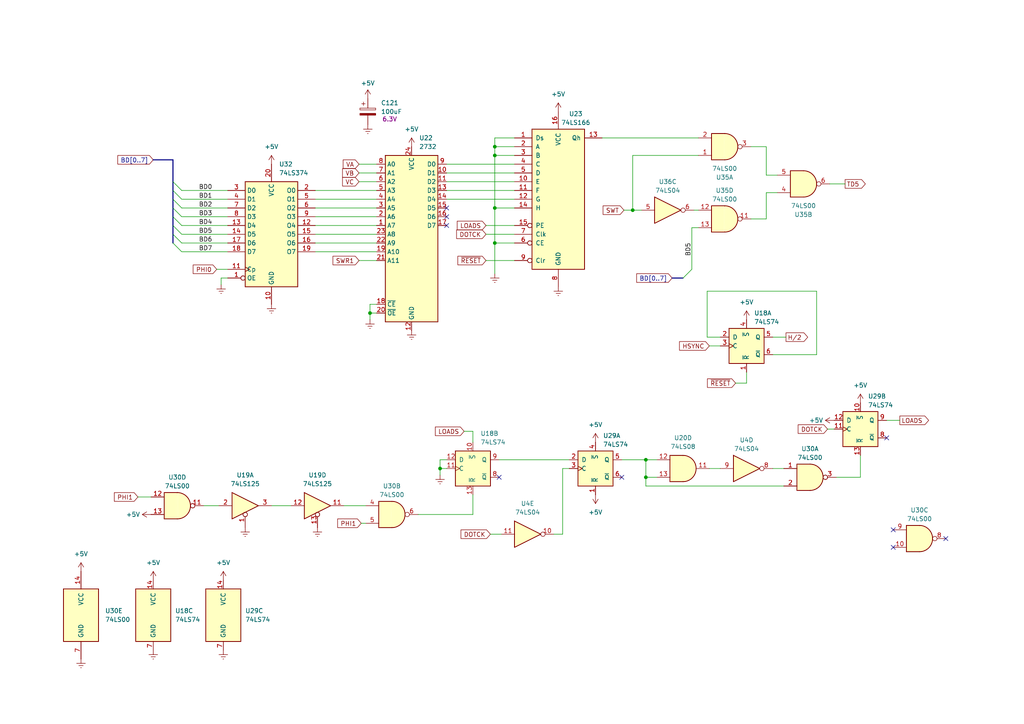
<source format=kicad_sch>
(kicad_sch (version 20230121) (generator eeschema)
  (paper "A4")
  (title_block (title "Dick Smith Cat - Motherboard") (date "1984") (company "Video Technology Ltd.") (comment 2 "Schematic Redrawn by Rhys Weatherley") (comment 3 "Character Generator"))
  (lib_symbols
    (symbol "74xx:74LS00" (pin_names (offset 1.016))
      (property "Reference" "U" (at 0 1.27 0))
      (property "Value" "74LS00" (at 0 -1.27 0))
      (symbol "74LS00_1_1"
        (arc (start 0 -3.81) (mid 3.7934 0) (end 0 3.81) (stroke (width 0.254)) (fill (type background)))
        (polyline (pts (xy 0 3.81) (xy -3.81 3.81) (xy -3.81 -3.81) (xy 0 -3.81)) (stroke (width 0.254)) (fill (type background)))
        (pin input line (at -7.62 2.54 0) (length 3.81) (name "~") (number "1"))
        (pin input line (at -7.62 -2.54 0) (length 3.81) (name "~") (number "2"))
        (pin output inverted (at 7.62 0 180) (length 3.81) (name "~") (number "3"))
      )
      (symbol "74LS00_1_2"
        (arc (start -3.81 -3.81) (mid -2.589 0) (end -3.81 3.81) (stroke (width 0.254)))
        (arc (start -0.6096 -3.81) (mid 2.1842 -2.5851) (end 3.81 0) (stroke (width 0.254)) (fill (type background)))
        (polyline (pts (xy -3.81 -3.81) (xy -0.635 -3.81)) (stroke (width 0.254)) (fill (type background)))
        (polyline (pts (xy -3.81 3.81) (xy -0.635 3.81)) (stroke (width 0.254)) (fill (type background)))
        (polyline (pts (xy -0.635 3.81) (xy -3.81 3.81) (xy -3.81 3.81) (xy -3.556 3.4036) (xy -3.0226 2.2606) (xy -2.6924 1.0414) (xy -2.6162 -0.254) (xy -2.7686 -1.4986) (xy -3.175 -2.7178) (xy -3.81 -3.81) (xy -3.81 -3.81) (xy -0.635 -3.81)) (stroke (width -25.4)) (fill (type background)))
        (arc (start 3.81 0) (mid 2.1915 2.5936) (end -0.6096 3.81) (stroke (width 0.254)) (fill (type background)))
        (pin input inverted (at -7.62 2.54 0) (length 4.318) (name "~") (number "1"))
        (pin input inverted (at -7.62 -2.54 0) (length 4.318) (name "~") (number "2"))
        (pin output line (at 7.62 0 180) (length 3.81) (name "~") (number "3"))
      )
      (symbol "74LS00_2_1"
        (arc (start 0 -3.81) (mid 3.7934 0) (end 0 3.81) (stroke (width 0.254)) (fill (type background)))
        (polyline (pts (xy 0 3.81) (xy -3.81 3.81) (xy -3.81 -3.81) (xy 0 -3.81)) (stroke (width 0.254)) (fill (type background)))
        (pin input line (at -7.62 2.54 0) (length 3.81) (name "~") (number "4"))
        (pin input line (at -7.62 -2.54 0) (length 3.81) (name "~") (number "5"))
        (pin output inverted (at 7.62 0 180) (length 3.81) (name "~") (number "6"))
      )
      (symbol "74LS00_2_2"
        (arc (start -3.81 -3.81) (mid -2.589 0) (end -3.81 3.81) (stroke (width 0.254)))
        (arc (start -0.6096 -3.81) (mid 2.1842 -2.5851) (end 3.81 0) (stroke (width 0.254)) (fill (type background)))
        (polyline (pts (xy -3.81 -3.81) (xy -0.635 -3.81)) (stroke (width 0.254)) (fill (type background)))
        (polyline (pts (xy -3.81 3.81) (xy -0.635 3.81)) (stroke (width 0.254)) (fill (type background)))
        (polyline (pts (xy -0.635 3.81) (xy -3.81 3.81) (xy -3.81 3.81) (xy -3.556 3.4036) (xy -3.0226 2.2606) (xy -2.6924 1.0414) (xy -2.6162 -0.254) (xy -2.7686 -1.4986) (xy -3.175 -2.7178) (xy -3.81 -3.81) (xy -3.81 -3.81) (xy -0.635 -3.81)) (stroke (width -25.4)) (fill (type background)))
        (arc (start 3.81 0) (mid 2.1915 2.5936) (end -0.6096 3.81) (stroke (width 0.254)) (fill (type background)))
        (pin input inverted (at -7.62 2.54 0) (length 4.318) (name "~") (number "4"))
        (pin input inverted (at -7.62 -2.54 0) (length 4.318) (name "~") (number "5"))
        (pin output line (at 7.62 0 180) (length 3.81) (name "~") (number "6"))
      )
      (symbol "74LS00_3_1"
        (arc (start 0 -3.81) (mid 3.7934 0) (end 0 3.81) (stroke (width 0.254)) (fill (type background)))
        (polyline (pts (xy 0 3.81) (xy -3.81 3.81) (xy -3.81 -3.81) (xy 0 -3.81)) (stroke (width 0.254)) (fill (type background)))
        (pin input line (at -7.62 -2.54 0) (length 3.81) (name "~") (number "10"))
        (pin output inverted (at 7.62 0 180) (length 3.81) (name "~") (number "8"))
        (pin input line (at -7.62 2.54 0) (length 3.81) (name "~") (number "9"))
      )
      (symbol "74LS00_3_2"
        (arc (start -3.81 -3.81) (mid -2.589 0) (end -3.81 3.81) (stroke (width 0.254)))
        (arc (start -0.6096 -3.81) (mid 2.1842 -2.5851) (end 3.81 0) (stroke (width 0.254)) (fill (type background)))
        (polyline (pts (xy -3.81 -3.81) (xy -0.635 -3.81)) (stroke (width 0.254)) (fill (type background)))
        (polyline (pts (xy -3.81 3.81) (xy -0.635 3.81)) (stroke (width 0.254)) (fill (type background)))
        (polyline (pts (xy -0.635 3.81) (xy -3.81 3.81) (xy -3.81 3.81) (xy -3.556 3.4036) (xy -3.0226 2.2606) (xy -2.6924 1.0414) (xy -2.6162 -0.254) (xy -2.7686 -1.4986) (xy -3.175 -2.7178) (xy -3.81 -3.81) (xy -3.81 -3.81) (xy -0.635 -3.81)) (stroke (width -25.4)) (fill (type background)))
        (arc (start 3.81 0) (mid 2.1915 2.5936) (end -0.6096 3.81) (stroke (width 0.254)) (fill (type background)))
        (pin input inverted (at -7.62 -2.54 0) (length 4.318) (name "~") (number "10"))
        (pin output line (at 7.62 0 180) (length 3.81) (name "~") (number "8"))
        (pin input inverted (at -7.62 2.54 0) (length 4.318) (name "~") (number "9"))
      )
      (symbol "74LS00_4_1"
        (arc (start 0 -3.81) (mid 3.7934 0) (end 0 3.81) (stroke (width 0.254)) (fill (type background)))
        (polyline (pts (xy 0 3.81) (xy -3.81 3.81) (xy -3.81 -3.81) (xy 0 -3.81)) (stroke (width 0.254)) (fill (type background)))
        (pin output inverted (at 7.62 0 180) (length 3.81) (name "~") (number "11"))
        (pin input line (at -7.62 2.54 0) (length 3.81) (name "~") (number "12"))
        (pin input line (at -7.62 -2.54 0) (length 3.81) (name "~") (number "13"))
      )
      (symbol "74LS00_4_2"
        (arc (start -3.81 -3.81) (mid -2.589 0) (end -3.81 3.81) (stroke (width 0.254)))
        (arc (start -0.6096 -3.81) (mid 2.1842 -2.5851) (end 3.81 0) (stroke (width 0.254)) (fill (type background)))
        (polyline (pts (xy -3.81 -3.81) (xy -0.635 -3.81)) (stroke (width 0.254)) (fill (type background)))
        (polyline (pts (xy -3.81 3.81) (xy -0.635 3.81)) (stroke (width 0.254)) (fill (type background)))
        (polyline (pts (xy -0.635 3.81) (xy -3.81 3.81) (xy -3.81 3.81) (xy -3.556 3.4036) (xy -3.0226 2.2606) (xy -2.6924 1.0414) (xy -2.6162 -0.254) (xy -2.7686 -1.4986) (xy -3.175 -2.7178) (xy -3.81 -3.81) (xy -3.81 -3.81) (xy -0.635 -3.81)) (stroke (width -25.4)) (fill (type background)))
        (arc (start 3.81 0) (mid 2.1915 2.5936) (end -0.6096 3.81) (stroke (width 0.254)) (fill (type background)))
        (pin output line (at 7.62 0 180) (length 3.81) (name "~") (number "11"))
        (pin input inverted (at -7.62 2.54 0) (length 4.318) (name "~") (number "12"))
        (pin input inverted (at -7.62 -2.54 0) (length 4.318) (name "~") (number "13"))
      )
      (symbol "74LS00_5_0"
        (pin power_in line (at 0 12.7 270) (length 5.08) (name "VCC") (number "14"))
        (pin power_in line (at 0 -12.7 90) (length 5.08) (name "GND") (number "7"))
      )
      (symbol "74LS00_5_1"
        (rectangle (start -5.08 7.62) (end 5.08 -7.62) (stroke (width 0.254)) (fill (type background)))
      )
    )
    (symbol "74xx:74LS04"
      (property "Reference" "U" (at 0 1.27 0))
      (property "Value" "74LS04" (at 0 -1.27 0))
      (symbol "74LS04_1_0"
        (polyline (pts (xy -3.81 3.81) (xy -3.81 -3.81) (xy 3.81 0) (xy -3.81 3.81)) (stroke (width 0.254)) (fill (type background)))
        (pin input line (at -7.62 0 0) (length 3.81) (name "~") (number "1"))
        (pin output inverted (at 7.62 0 180) (length 3.81) (name "~") (number "2"))
      )
      (symbol "74LS04_2_0"
        (polyline (pts (xy -3.81 3.81) (xy -3.81 -3.81) (xy 3.81 0) (xy -3.81 3.81)) (stroke (width 0.254)) (fill (type background)))
        (pin input line (at -7.62 0 0) (length 3.81) (name "~") (number "3"))
        (pin output inverted (at 7.62 0 180) (length 3.81) (name "~") (number "4"))
      )
      (symbol "74LS04_3_0"
        (polyline (pts (xy -3.81 3.81) (xy -3.81 -3.81) (xy 3.81 0) (xy -3.81 3.81)) (stroke (width 0.254)) (fill (type background)))
        (pin input line (at -7.62 0 0) (length 3.81) (name "~") (number "5"))
        (pin output inverted (at 7.62 0 180) (length 3.81) (name "~") (number "6"))
      )
      (symbol "74LS04_4_0"
        (polyline (pts (xy -3.81 3.81) (xy -3.81 -3.81) (xy 3.81 0) (xy -3.81 3.81)) (stroke (width 0.254)) (fill (type background)))
        (pin output inverted (at 7.62 0 180) (length 3.81) (name "~") (number "8"))
        (pin input line (at -7.62 0 0) (length 3.81) (name "~") (number "9"))
      )
      (symbol "74LS04_5_0"
        (polyline (pts (xy -3.81 3.81) (xy -3.81 -3.81) (xy 3.81 0) (xy -3.81 3.81)) (stroke (width 0.254)) (fill (type background)))
        (pin output inverted (at 7.62 0 180) (length 3.81) (name "~") (number "10"))
        (pin input line (at -7.62 0 0) (length 3.81) (name "~") (number "11"))
      )
      (symbol "74LS04_6_0"
        (polyline (pts (xy -3.81 3.81) (xy -3.81 -3.81) (xy 3.81 0) (xy -3.81 3.81)) (stroke (width 0.254)) (fill (type background)))
        (pin output inverted (at 7.62 0 180) (length 3.81) (name "~") (number "12"))
        (pin input line (at -7.62 0 0) (length 3.81) (name "~") (number "13"))
      )
      (symbol "74LS04_7_0"
        (pin power_in line (at 0 12.7 270) (length 5.08) (name "VCC") (number "14"))
        (pin power_in line (at 0 -12.7 90) (length 5.08) (name "GND") (number "7"))
      )
      (symbol "74LS04_7_1"
        (rectangle (start -5.08 7.62) (end 5.08 -7.62) (stroke (width 0.254)) (fill (type background)))
      )
    )
    (symbol "74xx:74LS08" (pin_names (offset 1.016))
      (property "Reference" "U" (at 0 1.27 0))
      (property "Value" "74LS08" (at 0 -1.27 0))
      (symbol "74LS08_1_1"
        (arc (start 0 -3.81) (mid 3.7934 0) (end 0 3.81) (stroke (width 0.254)) (fill (type background)))
        (polyline (pts (xy 0 3.81) (xy -3.81 3.81) (xy -3.81 -3.81) (xy 0 -3.81)) (stroke (width 0.254)) (fill (type background)))
        (pin input line (at -7.62 2.54 0) (length 3.81) (name "~") (number "1"))
        (pin input line (at -7.62 -2.54 0) (length 3.81) (name "~") (number "2"))
        (pin output line (at 7.62 0 180) (length 3.81) (name "~") (number "3"))
      )
      (symbol "74LS08_1_2"
        (arc (start -3.81 -3.81) (mid -2.589 0) (end -3.81 3.81) (stroke (width 0.254)))
        (arc (start -0.6096 -3.81) (mid 2.1842 -2.5851) (end 3.81 0) (stroke (width 0.254)) (fill (type background)))
        (polyline (pts (xy -3.81 -3.81) (xy -0.635 -3.81)) (stroke (width 0.254)) (fill (type background)))
        (polyline (pts (xy -3.81 3.81) (xy -0.635 3.81)) (stroke (width 0.254)) (fill (type background)))
        (polyline (pts (xy -0.635 3.81) (xy -3.81 3.81) (xy -3.81 3.81) (xy -3.556 3.4036) (xy -3.0226 2.2606) (xy -2.6924 1.0414) (xy -2.6162 -0.254) (xy -2.7686 -1.4986) (xy -3.175 -2.7178) (xy -3.81 -3.81) (xy -3.81 -3.81) (xy -0.635 -3.81)) (stroke (width -25.4)) (fill (type background)))
        (arc (start 3.81 0) (mid 2.1915 2.5936) (end -0.6096 3.81) (stroke (width 0.254)) (fill (type background)))
        (pin input inverted (at -7.62 2.54 0) (length 4.318) (name "~") (number "1"))
        (pin input inverted (at -7.62 -2.54 0) (length 4.318) (name "~") (number "2"))
        (pin output inverted (at 7.62 0 180) (length 3.81) (name "~") (number "3"))
      )
      (symbol "74LS08_2_1"
        (arc (start 0 -3.81) (mid 3.7934 0) (end 0 3.81) (stroke (width 0.254)) (fill (type background)))
        (polyline (pts (xy 0 3.81) (xy -3.81 3.81) (xy -3.81 -3.81) (xy 0 -3.81)) (stroke (width 0.254)) (fill (type background)))
        (pin input line (at -7.62 2.54 0) (length 3.81) (name "~") (number "4"))
        (pin input line (at -7.62 -2.54 0) (length 3.81) (name "~") (number "5"))
        (pin output line (at 7.62 0 180) (length 3.81) (name "~") (number "6"))
      )
      (symbol "74LS08_2_2"
        (arc (start -3.81 -3.81) (mid -2.589 0) (end -3.81 3.81) (stroke (width 0.254)))
        (arc (start -0.6096 -3.81) (mid 2.1842 -2.5851) (end 3.81 0) (stroke (width 0.254)) (fill (type background)))
        (polyline (pts (xy -3.81 -3.81) (xy -0.635 -3.81)) (stroke (width 0.254)) (fill (type background)))
        (polyline (pts (xy -3.81 3.81) (xy -0.635 3.81)) (stroke (width 0.254)) (fill (type background)))
        (polyline (pts (xy -0.635 3.81) (xy -3.81 3.81) (xy -3.81 3.81) (xy -3.556 3.4036) (xy -3.0226 2.2606) (xy -2.6924 1.0414) (xy -2.6162 -0.254) (xy -2.7686 -1.4986) (xy -3.175 -2.7178) (xy -3.81 -3.81) (xy -3.81 -3.81) (xy -0.635 -3.81)) (stroke (width -25.4)) (fill (type background)))
        (arc (start 3.81 0) (mid 2.1915 2.5936) (end -0.6096 3.81) (stroke (width 0.254)) (fill (type background)))
        (pin input inverted (at -7.62 2.54 0) (length 4.318) (name "~") (number "4"))
        (pin input inverted (at -7.62 -2.54 0) (length 4.318) (name "~") (number "5"))
        (pin output inverted (at 7.62 0 180) (length 3.81) (name "~") (number "6"))
      )
      (symbol "74LS08_3_1"
        (arc (start 0 -3.81) (mid 3.7934 0) (end 0 3.81) (stroke (width 0.254)) (fill (type background)))
        (polyline (pts (xy 0 3.81) (xy -3.81 3.81) (xy -3.81 -3.81) (xy 0 -3.81)) (stroke (width 0.254)) (fill (type background)))
        (pin input line (at -7.62 -2.54 0) (length 3.81) (name "~") (number "10"))
        (pin output line (at 7.62 0 180) (length 3.81) (name "~") (number "8"))
        (pin input line (at -7.62 2.54 0) (length 3.81) (name "~") (number "9"))
      )
      (symbol "74LS08_3_2"
        (arc (start -3.81 -3.81) (mid -2.589 0) (end -3.81 3.81) (stroke (width 0.254)))
        (arc (start -0.6096 -3.81) (mid 2.1842 -2.5851) (end 3.81 0) (stroke (width 0.254)) (fill (type background)))
        (polyline (pts (xy -3.81 -3.81) (xy -0.635 -3.81)) (stroke (width 0.254)) (fill (type background)))
        (polyline (pts (xy -3.81 3.81) (xy -0.635 3.81)) (stroke (width 0.254)) (fill (type background)))
        (polyline (pts (xy -0.635 3.81) (xy -3.81 3.81) (xy -3.81 3.81) (xy -3.556 3.4036) (xy -3.0226 2.2606) (xy -2.6924 1.0414) (xy -2.6162 -0.254) (xy -2.7686 -1.4986) (xy -3.175 -2.7178) (xy -3.81 -3.81) (xy -3.81 -3.81) (xy -0.635 -3.81)) (stroke (width -25.4)) (fill (type background)))
        (arc (start 3.81 0) (mid 2.1915 2.5936) (end -0.6096 3.81) (stroke (width 0.254)) (fill (type background)))
        (pin input inverted (at -7.62 -2.54 0) (length 4.318) (name "~") (number "10"))
        (pin output inverted (at 7.62 0 180) (length 3.81) (name "~") (number "8"))
        (pin input inverted (at -7.62 2.54 0) (length 4.318) (name "~") (number "9"))
      )
      (symbol "74LS08_4_1"
        (arc (start 0 -3.81) (mid 3.7934 0) (end 0 3.81) (stroke (width 0.254)) (fill (type background)))
        (polyline (pts (xy 0 3.81) (xy -3.81 3.81) (xy -3.81 -3.81) (xy 0 -3.81)) (stroke (width 0.254)) (fill (type background)))
        (pin output line (at 7.62 0 180) (length 3.81) (name "~") (number "11"))
        (pin input line (at -7.62 2.54 0) (length 3.81) (name "~") (number "12"))
        (pin input line (at -7.62 -2.54 0) (length 3.81) (name "~") (number "13"))
      )
      (symbol "74LS08_4_2"
        (arc (start -3.81 -3.81) (mid -2.589 0) (end -3.81 3.81) (stroke (width 0.254)))
        (arc (start -0.6096 -3.81) (mid 2.1842 -2.5851) (end 3.81 0) (stroke (width 0.254)) (fill (type background)))
        (polyline (pts (xy -3.81 -3.81) (xy -0.635 -3.81)) (stroke (width 0.254)) (fill (type background)))
        (polyline (pts (xy -3.81 3.81) (xy -0.635 3.81)) (stroke (width 0.254)) (fill (type background)))
        (polyline (pts (xy -0.635 3.81) (xy -3.81 3.81) (xy -3.81 3.81) (xy -3.556 3.4036) (xy -3.0226 2.2606) (xy -2.6924 1.0414) (xy -2.6162 -0.254) (xy -2.7686 -1.4986) (xy -3.175 -2.7178) (xy -3.81 -3.81) (xy -3.81 -3.81) (xy -0.635 -3.81)) (stroke (width -25.4)) (fill (type background)))
        (arc (start 3.81 0) (mid 2.1915 2.5936) (end -0.6096 3.81) (stroke (width 0.254)) (fill (type background)))
        (pin output inverted (at 7.62 0 180) (length 3.81) (name "~") (number "11"))
        (pin input inverted (at -7.62 2.54 0) (length 4.318) (name "~") (number "12"))
        (pin input inverted (at -7.62 -2.54 0) (length 4.318) (name "~") (number "13"))
      )
      (symbol "74LS08_5_0"
        (pin power_in line (at 0 12.7 270) (length 5.08) (name "VCC") (number "14"))
        (pin power_in line (at 0 -12.7 90) (length 5.08) (name "GND") (number "7"))
      )
      (symbol "74LS08_5_1"
        (rectangle (start -5.08 7.62) (end 5.08 -7.62) (stroke (width 0.254)) (fill (type background)))
      )
    )
    (symbol "74xx:74LS125" (pin_names (offset 1.016))
      (property "Reference" "U" (at 0 1.27 0))
      (property "Value" "74LS125" (at 0 -1.27 0))
      (symbol "74LS125_1_0"
        (polyline (pts (xy -3.81 3.81) (xy -3.81 -3.81) (xy 3.81 0) (xy -3.81 3.81)) (stroke (width 0.254)) (fill (type background)))
        (pin input inverted (at 0 -6.35 90) (length 4.445) (name "~") (number "1"))
        (pin input line (at -7.62 0 0) (length 3.81) (name "~") (number "2"))
        (pin tri_state line (at 7.62 0 180) (length 3.81) (name "~") (number "3"))
      )
      (symbol "74LS125_2_0"
        (polyline (pts (xy -3.81 3.81) (xy -3.81 -3.81) (xy 3.81 0) (xy -3.81 3.81)) (stroke (width 0.254)) (fill (type background)))
        (pin input inverted (at 0 -6.35 90) (length 4.445) (name "~") (number "4"))
        (pin input line (at -7.62 0 0) (length 3.81) (name "~") (number "5"))
        (pin tri_state line (at 7.62 0 180) (length 3.81) (name "~") (number "6"))
      )
      (symbol "74LS125_3_0"
        (polyline (pts (xy -3.81 3.81) (xy -3.81 -3.81) (xy 3.81 0) (xy -3.81 3.81)) (stroke (width 0.254)) (fill (type background)))
        (pin input inverted (at 0 -6.35 90) (length 4.445) (name "~") (number "10"))
        (pin tri_state line (at 7.62 0 180) (length 3.81) (name "~") (number "8"))
        (pin input line (at -7.62 0 0) (length 3.81) (name "~") (number "9"))
      )
      (symbol "74LS125_4_0"
        (polyline (pts (xy -3.81 3.81) (xy -3.81 -3.81) (xy 3.81 0) (xy -3.81 3.81)) (stroke (width 0.254)) (fill (type background)))
        (pin tri_state line (at 7.62 0 180) (length 3.81) (name "~") (number "11"))
        (pin input line (at -7.62 0 0) (length 3.81) (name "~") (number "12"))
        (pin input inverted (at 0 -6.35 90) (length 4.445) (name "~") (number "13"))
      )
      (symbol "74LS125_5_0"
        (pin power_in line (at 0 12.7 270) (length 5.08) (name "VCC") (number "14"))
        (pin power_in line (at 0 -12.7 90) (length 5.08) (name "GND") (number "7"))
      )
      (symbol "74LS125_5_1"
        (rectangle (start -5.08 7.62) (end 5.08 -7.62) (stroke (width 0.254)) (fill (type background)))
      )
    )
    (symbol "74xx:74LS166" (pin_names (offset 1.016))
      (property "Reference" "U" (at -7.62 21.59 0))
      (property "Value" "74LS166" (at -7.62 -21.59 0))
      (symbol "74LS166_1_0"
        (pin input line (at -12.7 17.78 0) (length 5.08) (name "Ds") (number "1"))
        (pin input line (at -12.7 5.08 0) (length 5.08) (name "E") (number "10"))
        (pin input line (at -12.7 2.54 0) (length 5.08) (name "F") (number "11"))
        (pin input line (at -12.7 0 0) (length 5.08) (name "G") (number "12"))
        (pin output line (at 12.7 17.78 180) (length 5.08) (name "Qh") (number "13"))
        (pin input line (at -12.7 -2.54 0) (length 5.08) (name "H") (number "14"))
        (pin input inverted (at -12.7 -7.62 0) (length 5.08) (name "PE") (number "15"))
        (pin power_in line (at 0 25.4 270) (length 5.08) (name "VCC") (number "16"))
        (pin input line (at -12.7 15.24 0) (length 5.08) (name "A") (number "2"))
        (pin input line (at -12.7 12.7 0) (length 5.08) (name "B") (number "3"))
        (pin input line (at -12.7 10.16 0) (length 5.08) (name "C") (number "4"))
        (pin input line (at -12.7 7.62 0) (length 5.08) (name "D") (number "5"))
        (pin input inverted (at -12.7 -12.7 0) (length 5.08) (name "CE") (number "6"))
        (pin input line (at -12.7 -10.16 0) (length 5.08) (name "Clk") (number "7"))
        (pin power_in line (at 0 -25.4 90) (length 5.08) (name "GND") (number "8"))
        (pin input inverted (at -12.7 -17.78 0) (length 5.08) (name "Clr") (number "9"))
      )
      (symbol "74LS166_1_1"
        (rectangle (start -7.62 20.32) (end 7.62 -20.32) (stroke (width 0.254)) (fill (type background)))
      )
    )
    (symbol "74xx:74LS374"
      (property "Reference" "U" (at -7.62 16.51 0))
      (property "Value" "74LS374" (at -7.62 -16.51 0))
      (symbol "74LS374_1_0"
        (pin input inverted (at -12.7 -12.7 0) (length 5.08) (name "OE") (number "1"))
        (pin power_in line (at 0 -20.32 90) (length 5.08) (name "GND") (number "10"))
        (pin input clock (at -12.7 -10.16 0) (length 5.08) (name "Cp") (number "11"))
        (pin tri_state line (at 12.7 2.54 180) (length 5.08) (name "O4") (number "12"))
        (pin input line (at -12.7 2.54 0) (length 5.08) (name "D4") (number "13"))
        (pin input line (at -12.7 0 0) (length 5.08) (name "D5") (number "14"))
        (pin tri_state line (at 12.7 0 180) (length 5.08) (name "O5") (number "15"))
        (pin tri_state line (at 12.7 -2.54 180) (length 5.08) (name "O6") (number "16"))
        (pin input line (at -12.7 -2.54 0) (length 5.08) (name "D6") (number "17"))
        (pin input line (at -12.7 -5.08 0) (length 5.08) (name "D7") (number "18"))
        (pin tri_state line (at 12.7 -5.08 180) (length 5.08) (name "O7") (number "19"))
        (pin tri_state line (at 12.7 12.7 180) (length 5.08) (name "O0") (number "2"))
        (pin power_in line (at 0 20.32 270) (length 5.08) (name "VCC") (number "20"))
        (pin input line (at -12.7 12.7 0) (length 5.08) (name "D0") (number "3"))
        (pin input line (at -12.7 10.16 0) (length 5.08) (name "D1") (number "4"))
        (pin tri_state line (at 12.7 10.16 180) (length 5.08) (name "O1") (number "5"))
        (pin tri_state line (at 12.7 7.62 180) (length 5.08) (name "O2") (number "6"))
        (pin input line (at -12.7 7.62 0) (length 5.08) (name "D2") (number "7"))
        (pin input line (at -12.7 5.08 0) (length 5.08) (name "D3") (number "8"))
        (pin tri_state line (at 12.7 5.08 180) (length 5.08) (name "O3") (number "9"))
      )
      (symbol "74LS374_1_1"
        (rectangle (start -7.62 15.24) (end 7.62 -15.24) (stroke (width 0.254)) (fill (type background)))
      )
    )
    (symbol "74xx:74LS74" (pin_names (offset 1.016))
      (property "Reference" "U" (at -7.62 8.89 0))
      (property "Value" "74LS74" (at -7.62 -8.89 0))
      (symbol "74LS74_1_0"
        (pin input line (at 0 -7.62 90) (length 2.54) (name "~{R}") (number "1"))
        (pin input line (at -7.62 2.54 0) (length 2.54) (name "D") (number "2"))
        (pin input clock (at -7.62 0 0) (length 2.54) (name "C") (number "3"))
        (pin input line (at 0 7.62 270) (length 2.54) (name "~{S}") (number "4"))
        (pin output line (at 7.62 2.54 180) (length 2.54) (name "Q") (number "5"))
        (pin output line (at 7.62 -2.54 180) (length 2.54) (name "~{Q}") (number "6"))
      )
      (symbol "74LS74_1_1"
        (rectangle (start -5.08 5.08) (end 5.08 -5.08) (stroke (width 0.254)) (fill (type background)))
      )
      (symbol "74LS74_2_0"
        (pin input line (at 0 7.62 270) (length 2.54) (name "~{S}") (number "10"))
        (pin input clock (at -7.62 0 0) (length 2.54) (name "C") (number "11"))
        (pin input line (at -7.62 2.54 0) (length 2.54) (name "D") (number "12"))
        (pin input line (at 0 -7.62 90) (length 2.54) (name "~{R}") (number "13"))
        (pin output line (at 7.62 -2.54 180) (length 2.54) (name "~{Q}") (number "8"))
        (pin output line (at 7.62 2.54 180) (length 2.54) (name "Q") (number "9"))
      )
      (symbol "74LS74_2_1"
        (rectangle (start -5.08 5.08) (end 5.08 -5.08) (stroke (width 0.254)) (fill (type background)))
      )
      (symbol "74LS74_3_0"
        (pin power_in line (at 0 10.16 270) (length 2.54) (name "VCC") (number "14"))
        (pin power_in line (at 0 -10.16 90) (length 2.54) (name "GND") (number "7"))
      )
      (symbol "74LS74_3_1"
        (rectangle (start -5.08 7.62) (end 5.08 -7.62) (stroke (width 0.254)) (fill (type background)))
      )
    )
    (symbol "Device:C_Polarized" (pin_numbers hide) (pin_names (offset 0.254))
      (property "Reference" "C" (at 0.635 2.54 0))
      (property "Value" "C_Polarized" (at 0.635 -2.54 0))
      (symbol "C_Polarized_0_1"
        (rectangle (start -2.286 0.508) (end 2.286 1.016))
        (polyline (pts (xy -1.778 2.286) (xy -0.762 2.286)))
        (polyline (pts (xy -1.27 2.794) (xy -1.27 1.778)))
        (rectangle (start 2.286 -0.508) (end -2.286 -1.016) (fill (type outline)))
      )
      (symbol "C_Polarized_1_1"
        (pin passive line (at 0 3.81 270) (length 2.794) (name "~") (number "1"))
        (pin passive line (at 0 -3.81 90) (length 2.794) (name "~") (number "2"))
      )
    )
    (symbol "EPROM_2732:2732"
      (property "Reference" "U" (at -7.62 24.13 0))
      (property "Value" "2732" (at 2.54 -26.67 0))
      (symbol "2732_1_1"
        (rectangle (start -7.62 22.86) (end 7.62 -25.4) (stroke (width 0.254)) (fill (type background)))
        (pin input line (at -10.16 2.54 0) (length 2.54) (name "A7") (number "1"))
        (pin tri_state line (at 10.16 17.78 180) (length 2.54) (name "D1") (number "10"))
        (pin tri_state line (at 10.16 15.24 180) (length 2.54) (name "D2") (number "11"))
        (pin power_in line (at 0 -27.94 90) (length 2.54) (name "GND") (number "12"))
        (pin tri_state line (at 10.16 12.7 180) (length 2.54) (name "D3") (number "13"))
        (pin tri_state line (at 10.16 10.16 180) (length 2.54) (name "D4") (number "14"))
        (pin tri_state line (at 10.16 7.62 180) (length 2.54) (name "D5") (number "15"))
        (pin tri_state line (at 10.16 5.08 180) (length 2.54) (name "D6") (number "16"))
        (pin tri_state line (at 10.16 2.54 180) (length 2.54) (name "D7") (number "17"))
        (pin input line (at -10.16 -20.32 0) (length 2.54) (name "~{CE}") (number "18"))
        (pin input line (at -10.16 -5.08 0) (length 2.54) (name "A10") (number "19"))
        (pin input line (at -10.16 5.08 0) (length 2.54) (name "A6") (number "2"))
        (pin input line (at -10.16 -22.86 0) (length 2.54) (name "~{OE}") (number "20"))
        (pin input line (at -10.16 -7.62 0) (length 2.54) (name "A11") (number "21"))
        (pin input line (at -10.16 -2.54 0) (length 2.54) (name "A9") (number "22"))
        (pin input line (at -10.16 0 0) (length 2.54) (name "A8") (number "23"))
        (pin power_in line (at 0 25.4 270) (length 2.54) (name "VCC") (number "24"))
        (pin no_connect line (at 7.62 0 180) (length 2.54) hide (name "NC") (number "26"))
        (pin input line (at -10.16 7.62 0) (length 2.54) (name "A5") (number "3"))
        (pin input line (at -10.16 10.16 0) (length 2.54) (name "A4") (number "4"))
        (pin input line (at -10.16 12.7 0) (length 2.54) (name "A3") (number "5"))
        (pin input line (at -10.16 15.24 0) (length 2.54) (name "A2") (number "6"))
        (pin input line (at -10.16 17.78 0) (length 2.54) (name "A1") (number "7"))
        (pin input line (at -10.16 20.32 0) (length 2.54) (name "A0") (number "8"))
        (pin tri_state line (at 10.16 20.32 180) (length 2.54) (name "D0") (number "9"))
      )
    )
    (symbol "power:+5V" (power) (pin_names (offset 0))
      (property "Value" "+5V" (at 0 3.556 0))
      (symbol "+5V_0_1"
        (polyline (pts (xy -0.762 1.27) (xy 0 2.54)))
        (polyline (pts (xy 0 0) (xy 0 2.54)))
        (polyline (pts (xy 0 2.54) (xy 0.762 1.27)))
      )
      (symbol "+5V_1_1"
        (pin power_in line (at 0 0 90) (length 0) hide (name "+5V") (number "1"))
      )
    )
    (symbol "power:Earth" (power) (pin_names (offset 0))
      (symbol "Earth_0_1"
        (polyline (pts (xy -0.635 -1.905) (xy 0.635 -1.905)))
        (polyline (pts (xy -0.127 -2.54) (xy 0.127 -2.54)))
        (polyline (pts (xy 0 -1.27) (xy 0 0)))
        (polyline (pts (xy 1.27 -1.27) (xy -1.27 -1.27)))
      )
      (symbol "Earth_1_1"
        (pin power_in line (at 0 0 270) (length 0) hide (name "Earth") (number "1"))
      )
    )
  )
  (junction (at 143.51 45.085))
  (junction (at 143.51 42.545))
  (junction (at 183.515 60.96))
  (junction (at 143.51 60.325))
  (junction (at 187.325 133.35))
  (junction (at 143.51 70.485))
  (junction (at 107.315 90.805))
  (junction (at 127.635 135.89))
  (junction (at 187.325 138.43))
  (no_connect (at 274.32 156.21))
  (no_connect (at 129.54 60.325))
  (no_connect (at 180.34 138.43))
  (no_connect (at 259.08 153.67))
  (no_connect (at 144.78 138.43))
  (no_connect (at 259.08 158.75))
  (no_connect (at 129.54 62.865))
  (no_connect (at 129.54 65.405))
  (no_connect (at 257.175 127))
  (bus_entry (at 50.165 52.705) (size 2.54 2.54))
  (bus_entry (at 50.165 70.485) (size 2.54 2.54))
  (bus_entry (at 50.165 65.405) (size 2.54 2.54))
  (bus_entry (at 198.12 80.645) (size 2.54 -2.54))
  (bus_entry (at 50.165 62.865) (size 2.54 2.54))
  (bus_entry (at 50.165 67.945) (size 2.54 2.54))
  (bus_entry (at 50.165 60.325) (size 2.54 2.54))
  (bus_entry (at 50.165 55.245) (size 2.54 2.54))
  (bus_entry (at 50.165 57.785) (size 2.54 2.54))
  (wire (pts (xy 129.54 50.165) (xy 149.225 50.165)))
  (wire (pts (xy 109.22 88.265) (xy 107.315 88.265)))
  (wire (pts (xy 249.555 138.43) (xy 249.555 132.08)))
  (wire (pts (xy 163.195 154.94) (xy 163.195 135.89)))
  (wire (pts (xy 143.51 70.485) (xy 143.51 79.375)))
  (wire (pts (xy 127.635 135.89) (xy 127.635 137.795)))
  (wire (pts (xy 52.705 65.405) (xy 66.04 65.405)))
  (wire (pts (xy 143.51 42.545) (xy 143.51 45.085)))
  (wire (pts (xy 183.515 45.085) (xy 183.515 60.96)))
  (wire (pts (xy 104.14 47.625) (xy 109.22 47.625)))
  (wire (pts (xy 91.44 55.245) (xy 109.22 55.245)))
  (wire (pts (xy 187.325 138.43) (xy 190.5 138.43)))
  (wire (pts (xy 52.705 62.865) (xy 66.04 62.865)))
  (wire (pts (xy 91.44 73.025) (xy 109.22 73.025)))
  (wire (pts (xy 129.54 47.625) (xy 149.225 47.625)))
  (bus (pts (xy 50.165 67.945) (xy 50.165 65.405)))
  (wire (pts (xy 257.175 121.92) (xy 260.985 121.92)))
  (wire (pts (xy 187.325 138.43) (xy 187.325 133.35)))
  (wire (pts (xy 216.535 111.125) (xy 216.535 107.95)))
  (wire (pts (xy 217.805 42.545) (xy 222.25 42.545)))
  (wire (pts (xy 142.24 154.94) (xy 145.415 154.94)))
  (wire (pts (xy 222.25 50.8) (xy 225.425 50.8)))
  (wire (pts (xy 160.655 154.94) (xy 163.195 154.94)))
  (wire (pts (xy 144.78 133.35) (xy 165.1 133.35)))
  (wire (pts (xy 240.665 53.34) (xy 245.11 53.34)))
  (wire (pts (xy 107.315 90.805) (xy 107.315 92.71)))
  (wire (pts (xy 205.105 97.79) (xy 208.915 97.79)))
  (wire (pts (xy 240.03 124.46) (xy 241.935 124.46)))
  (wire (pts (xy 174.625 40.005) (xy 202.565 40.005)))
  (wire (pts (xy 227.33 140.97) (xy 187.325 140.97)))
  (bus (pts (xy 50.165 52.705) (xy 50.165 46.355)))
  (wire (pts (xy 52.705 57.785) (xy 66.04 57.785)))
  (wire (pts (xy 99.695 146.685) (xy 106.045 146.685)))
  (wire (pts (xy 52.705 67.945) (xy 66.04 67.945)))
  (wire (pts (xy 140.97 75.565) (xy 149.225 75.565)))
  (wire (pts (xy 222.25 55.88) (xy 225.425 55.88)))
  (wire (pts (xy 91.44 62.865) (xy 109.22 62.865)))
  (bus (pts (xy 50.165 70.485) (xy 50.165 67.945)))
  (wire (pts (xy 202.565 66.04) (xy 200.66 66.04)))
  (wire (pts (xy 236.855 84.455) (xy 205.105 84.455)))
  (bus (pts (xy 198.12 80.645) (xy 194.945 80.645)))
  (wire (pts (xy 91.44 70.485) (xy 109.22 70.485)))
  (wire (pts (xy 224.155 97.79) (xy 227.965 97.79)))
  (wire (pts (xy 224.155 135.89) (xy 227.33 135.89)))
  (wire (pts (xy 143.51 60.325) (xy 143.51 70.485)))
  (wire (pts (xy 107.315 88.265) (xy 107.315 90.805)))
  (wire (pts (xy 127.635 133.35) (xy 127.635 135.89)))
  (wire (pts (xy 129.54 52.705) (xy 149.225 52.705)))
  (wire (pts (xy 78.74 146.685) (xy 84.455 146.685)))
  (bus (pts (xy 50.165 65.405) (xy 50.165 62.865)))
  (wire (pts (xy 213.36 111.125) (xy 216.535 111.125)))
  (wire (pts (xy 187.325 133.35) (xy 190.5 133.35)))
  (wire (pts (xy 52.705 73.025) (xy 66.04 73.025)))
  (wire (pts (xy 143.51 70.485) (xy 149.225 70.485)))
  (wire (pts (xy 202.565 45.085) (xy 183.515 45.085)))
  (wire (pts (xy 62.865 78.105) (xy 66.04 78.105)))
  (wire (pts (xy 137.16 128.27) (xy 137.16 125.095)))
  (wire (pts (xy 143.51 60.325) (xy 149.225 60.325)))
  (wire (pts (xy 224.155 102.87) (xy 236.855 102.87)))
  (wire (pts (xy 66.04 80.645) (xy 64.135 80.645)))
  (wire (pts (xy 205.74 135.89) (xy 208.915 135.89)))
  (wire (pts (xy 91.44 57.785) (xy 109.22 57.785)))
  (bus (pts (xy 50.165 46.355) (xy 44.45 46.355)))
  (wire (pts (xy 187.325 140.97) (xy 187.325 138.43)))
  (bus (pts (xy 50.165 62.865) (xy 50.165 60.325)))
  (wire (pts (xy 183.515 60.96) (xy 186.055 60.96)))
  (wire (pts (xy 91.44 65.405) (xy 109.22 65.405)))
  (wire (pts (xy 217.805 63.5) (xy 222.25 63.5)))
  (wire (pts (xy 222.25 42.545) (xy 222.25 50.8)))
  (wire (pts (xy 64.135 80.645) (xy 64.135 82.55)))
  (wire (pts (xy 222.25 63.5) (xy 222.25 55.88)))
  (wire (pts (xy 59.055 146.685) (xy 63.5 146.685)))
  (wire (pts (xy 143.51 40.005) (xy 143.51 42.545)))
  (wire (pts (xy 107.315 90.805) (xy 109.22 90.805)))
  (wire (pts (xy 137.16 149.225) (xy 137.16 143.51)))
  (wire (pts (xy 143.51 42.545) (xy 149.225 42.545)))
  (wire (pts (xy 205.105 84.455) (xy 205.105 97.79)))
  (wire (pts (xy 129.54 55.245) (xy 149.225 55.245)))
  (wire (pts (xy 127.635 135.89) (xy 129.54 135.89)))
  (wire (pts (xy 149.225 40.005) (xy 143.51 40.005)))
  (wire (pts (xy 200.66 66.04) (xy 200.66 78.105)))
  (wire (pts (xy 104.14 75.565) (xy 109.22 75.565)))
  (wire (pts (xy 121.285 149.225) (xy 137.16 149.225)))
  (wire (pts (xy 140.97 67.945) (xy 149.225 67.945)))
  (wire (pts (xy 129.54 133.35) (xy 127.635 133.35)))
  (wire (pts (xy 236.855 102.87) (xy 236.855 84.455)))
  (wire (pts (xy 52.705 70.485) (xy 66.04 70.485)))
  (wire (pts (xy 104.14 50.165) (xy 109.22 50.165)))
  (wire (pts (xy 143.51 45.085) (xy 149.225 45.085)))
  (wire (pts (xy 143.51 45.085) (xy 143.51 60.325)))
  (bus (pts (xy 50.165 57.785) (xy 50.165 55.245)))
  (wire (pts (xy 137.16 125.095) (xy 134.62 125.095)))
  (wire (pts (xy 180.975 60.96) (xy 183.515 60.96)))
  (wire (pts (xy 163.195 135.89) (xy 165.1 135.89)))
  (wire (pts (xy 52.705 60.325) (xy 66.04 60.325)))
  (wire (pts (xy 91.44 60.325) (xy 109.22 60.325)))
  (wire (pts (xy 140.97 65.405) (xy 149.225 65.405)))
  (bus (pts (xy 50.165 55.245) (xy 50.165 52.705)))
  (wire (pts (xy 40.005 144.145) (xy 43.815 144.145)))
  (wire (pts (xy 180.34 133.35) (xy 187.325 133.35)))
  (wire (pts (xy 52.705 55.245) (xy 66.04 55.245)))
  (wire (pts (xy 129.54 57.785) (xy 149.225 57.785)))
  (wire (pts (xy 205.74 100.33) (xy 208.915 100.33)))
  (wire (pts (xy 201.295 60.96) (xy 202.565 60.96)))
  (bus (pts (xy 50.165 60.325) (xy 50.165 57.785)))
  (wire (pts (xy 104.775 151.765) (xy 106.045 151.765)))
  (wire (pts (xy 91.44 67.945) (xy 109.22 67.945)))
  (wire (pts (xy 104.14 52.705) (xy 109.22 52.705)))
  (wire (pts (xy 242.57 138.43) (xy 249.555 138.43)))
  (label "BD0" (at 61.595 55.245 180))
  (label "BD7" (at 61.595 73.025 180))
  (label "BD5" (at 200.66 74.295 90))
  (label "BD6" (at 61.595 70.485 180))
  (label "BD4" (at 61.595 65.405 180))
  (label "BD5" (at 61.595 67.945 180))
  (label "BD3" (at 61.595 62.865 180))
  (label "BD2" (at 61.595 60.325 180))
  (label "BD1" (at 61.595 57.785 180))
  (global_label "DOTCK" (shape input) (at 140.97 67.945 180) (property "Intersheetrefs" "${INTERSHEET_REFS}" (effects hide)))
  (global_label "PHI1" (shape input) (at 40.005 144.145 180) (property "Intersheetrefs" "${INTERSHEET_REFS}" (effects hide)))
  (global_label "PHI0" (shape input) (at 62.865 78.105 180) (property "Intersheetrefs" "${INTERSHEET_REFS}" (effects hide)))
  (global_label "VC" (shape input) (at 104.14 52.705 180) (property "Intersheetrefs" "${INTERSHEET_REFS}" (effects hide)))
  (global_label "~{RESET}" (shape input) (at 213.36 111.125 180) (property "Intersheetrefs" "${INTERSHEET_REFS}" (effects hide)))
  (global_label "LOADS" (shape input) (at 134.62 125.095 180) (property "Intersheetrefs" "${INTERSHEET_REFS}" (effects hide)))
  (global_label "BD[0..7]" (shape input) (at 44.45 46.355 180) (property "Intersheetrefs" "${INTERSHEET_REFS}" (effects hide)))
  (global_label "SWR1" (shape input) (at 104.14 75.565 180) (property "Intersheetrefs" "${INTERSHEET_REFS}" (effects hide)))
  (global_label "DOTCK" (shape input) (at 240.03 124.46 180) (property "Intersheetrefs" "${INTERSHEET_REFS}" (effects hide)))
  (global_label "H{slash}2" (shape output) (at 227.965 97.79 0) (property "Intersheetrefs" "${INTERSHEET_REFS}" (effects hide)))
  (global_label "VA" (shape input) (at 104.14 47.625 180) (property "Intersheetrefs" "${INTERSHEET_REFS}" (effects hide)))
  (global_label "BD[0..7]" (shape input) (at 194.945 80.645 180) (property "Intersheetrefs" "${INTERSHEET_REFS}" (effects hide)))
  (global_label "DOTCK" (shape input) (at 142.24 154.94 180) (property "Intersheetrefs" "${INTERSHEET_REFS}" (effects hide)))
  (global_label "HSYNC" (shape input) (at 205.74 100.33 180) (property "Intersheetrefs" "${INTERSHEET_REFS}" (effects hide)))
  (global_label "VB" (shape input) (at 104.14 50.165 180) (property "Intersheetrefs" "${INTERSHEET_REFS}" (effects hide)))
  (global_label "LOADS" (shape output) (at 260.985 121.92 0) (property "Intersheetrefs" "${INTERSHEET_REFS}" (effects hide)))
  (global_label "PHI1" (shape input) (at 104.775 151.765 180) (property "Intersheetrefs" "${INTERSHEET_REFS}" (effects hide)))
  (global_label "LOADS" (shape input) (at 140.97 65.405 180) (property "Intersheetrefs" "${INTERSHEET_REFS}" (effects hide)))
  (global_label "TD5" (shape output) (at 245.11 53.34 0) (property "Intersheetrefs" "${INTERSHEET_REFS}" (effects hide)))
  (global_label "SWT" (shape input) (at 180.975 60.96 180) (property "Intersheetrefs" "${INTERSHEET_REFS}" (effects hide)))
  (global_label "~{RESET}" (shape input) (at 140.97 75.565 180) (property "Intersheetrefs" "${INTERSHEET_REFS}" (effects hide)))
  (symbol (lib_id "74xx:74LS04") (at 216.535 135.89 0) (unit 4)
    (property "Reference" "U4" (at 216.535 127.635 0))
    (property "Value" "74LS04" (at 216.535 130.175 0))
    (property "Footprint" "Package_DIP:DIP-14_W7.62mm" (effects hide))
    (property "Datasheet" "http://www.ti.com/lit/gpn/sn74LS04" (effects hide))
  )
  (symbol (lib_id "74xx:74LS74") (at 64.77 178.435 0) (unit 3)
    (property "Reference" "U29" (at 71.12 177.165 0) (effects (justify left)))
    (property "Value" "74LS74" (at 71.12 179.705 0) (effects (justify left)))
    (property "Footprint" "Package_DIP:DIP-14_W7.62mm" (effects hide))
    (property "Datasheet" "74xx/74hc_hct74.pdf" (effects hide))
  )
  (symbol (lib_id "74xx:74LS166") (at 161.925 57.785 0) (unit 1)
    (property "Reference" "U23" (at 167.005 33.02 0))
    (property "Value" "74LS166" (at 167.005 35.56 0))
    (property "Footprint" "Package_DIP:DIP-16_W7.62mm" (effects hide))
    (property "Datasheet" "http://www.ti.com/lit/gpn/sn74LS166" (effects hide))
  )
  (symbol (lib_id "power:Earth") (at 71.12 153.035 0) (unit 1)
    (property "Reference" "#PWR0107" (effects hide))
    (property "Value" "Earth" (effects hide))
  )
  (symbol (lib_id "power:+5V") (at 172.72 143.51 180) (unit 1)
    (property "Reference" "#PWR0116" (effects hide))
    (property "Value" "+5V" (at 172.72 148.59 0))
  )
  (symbol (lib_id "power:Earth") (at 161.925 83.185 0) (unit 1)
    (property "Reference" "#PWR0102" (effects hide))
    (property "Value" "Earth" (effects hide))
  )
  (symbol (lib_id "74xx:74LS74") (at 249.555 124.46 0) (unit 2)
    (property "Reference" "U29" (at 251.7491 114.935 0) (effects (justify left)))
    (property "Value" "74LS74" (at 251.7491 117.475 0) (effects (justify left)))
    (property "Footprint" "Package_DIP:DIP-14_W7.62mm" (effects hide))
    (property "Datasheet" "74xx/74hc_hct74.pdf" (effects hide))
  )
  (symbol (lib_id "power:Earth") (at 23.495 191.135 0) (unit 1)
    (property "Reference" "#PWR0110" (effects hide))
    (property "Value" "Earth" (effects hide))
  )
  (symbol (lib_id "74xx:74LS00") (at 113.665 149.225 0) (unit 2)
    (property "Reference" "U30" (at 113.6567 140.97 0))
    (property "Value" "74LS00" (at 113.6567 143.51 0))
    (property "Footprint" "Package_DIP:DIP-14_W7.62mm" (effects hide))
    (property "Datasheet" "http://www.ti.com/lit/gpn/sn74ls00" (effects hide))
  )
  (symbol (lib_id "power:+5V") (at 106.68 28.575 0) (unit 1)
    (property "Reference" "#PWR0105" (effects hide))
    (property "Value" "+5V" (at 106.68 24.13 0))
  )
  (symbol (lib_id "EPROM_2732:2732") (at 119.38 67.945 0) (unit 1)
    (property "Reference" "U22" (at 121.5741 40.005 0) (effects (justify left)))
    (property "Value" "2732" (at 121.5741 42.545 0) (effects (justify left)))
    (property "Footprint" "Package_DIP:DIP-24_W15.24mm" (effects hide))
  )
  (symbol (lib_id "power:+5V") (at 216.535 92.71 0) (unit 1)
    (property "Reference" "#PWR0121" (effects hide))
    (property "Value" "+5V" (at 216.535 87.63 0))
  )
  (symbol (lib_id "74xx:74LS00") (at 210.185 63.5 0) (unit 4)
    (property "Reference" "U35" (at 210.1767 55.245 0))
    (property "Value" "74LS00" (at 210.1767 57.785 0))
    (property "Footprint" "Package_DIP:DIP-14_W7.62mm" (effects hide))
    (property "Datasheet" "http://www.ti.com/lit/gpn/sn74ls00" (effects hide))
  )
  (symbol (lib_id "power:Earth") (at 106.68 36.195 0) (unit 1)
    (property "Reference" "#PWR0106" (effects hide))
    (property "Value" "Earth" (effects hide))
  )
  (symbol (lib_id "power:+5V") (at 161.925 32.385 0) (unit 1)
    (property "Reference" "#PWR0101" (effects hide))
    (property "Value" "+5V" (at 161.925 27.305 0))
  )
  (symbol (lib_id "power:+5V") (at 43.815 149.225 90) (unit 1)
    (property "Reference" "#PWR0111" (effects hide))
    (property "Value" "+5V" (at 40.64 149.225 90) (effects (justify left)))
  )
  (symbol (lib_id "power:+5V") (at 44.45 168.275 0) (unit 1)
    (property "Reference" "#PWR0112" (effects hide))
    (property "Value" "+5V" (at 44.45 163.195 0))
  )
  (symbol (lib_id "74xx:74LS74") (at 172.72 135.89 0) (unit 1)
    (property "Reference" "U29" (at 174.9141 126.365 0) (effects (justify left)))
    (property "Value" "74LS74" (at 174.9141 128.905 0) (effects (justify left)))
    (property "Footprint" "Package_DIP:DIP-14_W7.62mm" (effects hide))
    (property "Datasheet" "74xx/74hc_hct74.pdf" (effects hide))
  )
  (symbol (lib_id "power:Earth") (at 44.45 188.595 0) (unit 1)
    (property "Reference" "#PWR0113" (effects hide))
    (property "Value" "Earth" (effects hide))
  )
  (symbol (lib_id "74xx:74LS125") (at 92.075 146.685 0) (unit 4)
    (property "Reference" "U19" (at 92.075 137.795 0))
    (property "Value" "74LS125" (at 92.075 140.335 0))
    (property "Footprint" "Package_DIP:DIP-14_W7.62mm" (effects hide))
    (property "Datasheet" "http://www.ti.com/lit/gpn/sn74LS125" (effects hide))
  )
  (symbol (lib_id "power:+5V") (at 78.74 47.625 0) (unit 1)
    (property "Reference" "#PWR097" (effects hide))
    (property "Value" "+5V" (at 78.74 42.545 0))
  )
  (symbol (lib_id "74xx:74LS00") (at 234.95 138.43 0) (unit 1)
    (property "Reference" "U30" (at 234.9417 130.175 0))
    (property "Value" "74LS00" (at 234.9417 132.715 0))
    (property "Footprint" "Package_DIP:DIP-14_W7.62mm" (effects hide))
    (property "Datasheet" "http://www.ti.com/lit/gpn/sn74ls00" (effects hide))
  )
  (symbol (lib_id "power:Earth") (at 119.38 95.885 0) (unit 1)
    (property "Reference" "#PWR098" (effects hide))
    (property "Value" "Earth" (effects hide))
  )
  (symbol (lib_id "74xx:74LS74") (at 137.16 135.89 0) (unit 2)
    (property "Reference" "U18" (at 139.3541 125.73 0) (effects (justify left)))
    (property "Value" "74LS74" (at 139.3541 128.27 0) (effects (justify left)))
    (property "Footprint" "Package_DIP:DIP-14_W7.62mm" (effects hide))
    (property "Datasheet" "74xx/74hc_hct74.pdf" (effects hide))
  )
  (symbol (lib_id "74xx:74LS74") (at 216.535 100.33 0) (unit 1)
    (property "Reference" "U18" (at 218.7291 90.805 0) (effects (justify left)))
    (property "Value" "74LS74" (at 218.7291 93.345 0) (effects (justify left)))
    (property "Footprint" "Package_DIP:DIP-14_W7.62mm" (effects hide))
    (property "Datasheet" "74xx/74hc_hct74.pdf" (effects hide))
  )
  (symbol (lib_id "power:Earth") (at 107.315 92.71 0) (unit 1)
    (property "Reference" "#PWR099" (effects hide))
    (property "Value" "Earth" (effects hide))
  )
  (symbol (lib_id "power:+5V") (at 249.555 116.84 0) (unit 1)
    (property "Reference" "#PWR0119" (effects hide))
    (property "Value" "+5V" (at 249.555 111.76 0))
  )
  (symbol (lib_id "power:+5V") (at 241.935 121.92 90) (unit 1)
    (property "Reference" "#PWR0120" (effects hide))
    (property "Value" "+5V" (at 238.76 121.92 90) (effects (justify left)))
  )
  (symbol (lib_id "Device:C_Polarized") (at 106.68 32.385 0) (unit 1)
    (property "Reference" "C121" (at 110.49 29.845 0) (effects (justify left)))
    (property "Value" "100uF" (at 110.49 32.385 0) (effects (justify left)))
    (property "Footprint" "Capacitor_THT:CP_Radial_D8.0mm_P5.00mm" (effects hide))
    (property "Rating" "6.3V" (at 113.03 34.544 0))
  )
  (symbol (lib_id "74xx:74LS125") (at 71.12 146.685 0) (unit 1)
    (property "Reference" "U19" (at 71.12 137.795 0))
    (property "Value" "74LS125" (at 71.12 140.335 0))
    (property "Footprint" "Package_DIP:DIP-14_W7.62mm" (effects hide))
    (property "Datasheet" "http://www.ti.com/lit/gpn/sn74LS125" (effects hide))
  )
  (symbol (lib_id "power:+5V") (at 119.38 42.545 0) (unit 1)
    (property "Reference" "#PWR0100" (effects hide))
    (property "Value" "+5V" (at 119.38 37.465 0))
  )
  (symbol (lib_id "power:Earth") (at 78.74 88.265 0) (unit 1)
    (property "Reference" "#PWR096" (effects hide))
    (property "Value" "Earth" (effects hide))
  )
  (symbol (lib_id "power:Earth") (at 127.635 137.795 0) (unit 1)
    (property "Reference" "#PWR0114" (effects hide))
    (property "Value" "Earth" (effects hide))
  )
  (symbol (lib_id "74xx:74LS00") (at 23.495 178.435 0) (unit 5)
    (property "Reference" "U30" (at 30.48 177.165 0) (effects (justify left)))
    (property "Value" "74LS00" (at 30.48 179.705 0) (effects (justify left)))
    (property "Footprint" "Package_DIP:DIP-14_W7.62mm" (effects hide))
    (property "Datasheet" "http://www.ti.com/lit/gpn/sn74ls00" (effects hide))
  )
  (symbol (lib_id "power:+5V") (at 64.77 168.275 0) (unit 1)
    (property "Reference" "#PWR0117" (effects hide))
    (property "Value" "+5V" (at 64.77 163.195 0))
  )
  (symbol (lib_id "power:Earth") (at 92.075 153.035 0) (unit 1)
    (property "Reference" "#PWR0108" (effects hide))
    (property "Value" "Earth" (effects hide))
  )
  (symbol (lib_id "power:Earth") (at 64.135 82.55 0) (unit 1)
    (property "Reference" "#PWR026" (effects hide))
    (property "Value" "Earth" (effects hide))
  )
  (symbol (lib_id "power:Earth") (at 64.77 188.595 0) (unit 1)
    (property "Reference" "#PWR0118" (effects hide))
    (property "Value" "Earth" (effects hide))
  )
  (symbol (lib_id "74xx:74LS04") (at 153.035 154.94 0) (unit 5)
    (property "Reference" "U4" (at 153.035 146.05 0))
    (property "Value" "74LS04" (at 153.035 148.59 0))
    (property "Footprint" "Package_DIP:DIP-14_W7.62mm" (effects hide))
    (property "Datasheet" "http://www.ti.com/lit/gpn/sn74LS04" (effects hide))
  )
  (symbol (lib_id "74xx:74LS74") (at 44.45 178.435 0) (unit 3)
    (property "Reference" "U18" (at 50.8 177.165 0) (effects (justify left)))
    (property "Value" "74LS74" (at 50.8 179.705 0) (effects (justify left)))
    (property "Footprint" "Package_DIP:DIP-14_W7.62mm" (effects hide))
    (property "Datasheet" "74xx/74hc_hct74.pdf" (effects hide))
  )
  (symbol (lib_id "power:+5V") (at 172.72 128.27 0) (unit 1)
    (property "Reference" "#PWR0115" (effects hide))
    (property "Value" "+5V" (at 172.72 123.19 0))
  )
  (symbol (lib_id "power:Earth") (at 143.51 79.375 0) (unit 1)
    (property "Reference" "#PWR0103" (effects hide))
    (property "Value" "Earth" (effects hide))
  )
  (symbol (lib_id "74xx:74LS00") (at 233.045 53.34 0) (mirror x) (unit 2)
    (property "Reference" "U35" (at 233.0367 62.23 0))
    (property "Value" "74LS00" (at 233.0367 59.69 0))
    (property "Footprint" "Package_DIP:DIP-14_W7.62mm" (effects hide))
    (property "Datasheet" "http://www.ti.com/lit/gpn/sn74ls00" (effects hide))
  )
  (symbol (lib_id "74xx:74LS08") (at 198.12 135.89 0) (unit 4)
    (property "Reference" "U20" (at 198.1117 127 0))
    (property "Value" "74LS08" (at 198.1117 129.54 0))
    (property "Footprint" "Package_DIP:DIP-14_W7.62mm" (effects hide))
    (property "Datasheet" "http://www.ti.com/lit/gpn/sn74LS08" (effects hide))
  )
  (symbol (lib_id "power:+5V") (at 23.495 165.735 0) (unit 1)
    (property "Reference" "#PWR0109" (effects hide))
    (property "Value" "+5V" (at 23.495 160.655 0))
  )
  (symbol (lib_id "74xx:74LS00") (at 210.185 42.545 0) (mirror x) (unit 1)
    (property "Reference" "U35" (at 210.1767 51.435 0))
    (property "Value" "74LS00" (at 210.1767 48.895 0))
    (property "Footprint" "Package_DIP:DIP-14_W7.62mm" (effects hide))
    (property "Datasheet" "http://www.ti.com/lit/gpn/sn74ls00" (effects hide))
  )
  (symbol (lib_id "74xx:74LS374") (at 78.74 67.945 0) (unit 1)
    (property "Reference" "U32" (at 80.9341 47.625 0) (effects (justify left)))
    (property "Value" "74LS374" (at 80.9341 50.165 0) (effects (justify left)))
    (property "Footprint" "Package_DIP:DIP-20_W7.62mm" (effects hide))
    (property "Datasheet" "http://www.ti.com/lit/gpn/sn74LS374" (effects hide))
  )
  (symbol (lib_id "74xx:74LS00") (at 51.435 146.685 0) (unit 4)
    (property "Reference" "U30" (at 51.4267 138.43 0))
    (property "Value" "74LS00" (at 51.4267 140.97 0))
    (property "Footprint" "Package_DIP:DIP-14_W7.62mm" (effects hide))
    (property "Datasheet" "http://www.ti.com/lit/gpn/sn74ls00" (effects hide))
  )
  (symbol (lib_id "74xx:74LS04") (at 193.675 60.96 0) (unit 3)
    (property "Reference" "U36" (at 193.675 52.705 0))
    (property "Value" "74LS04" (at 193.675 55.245 0))
    (property "Footprint" "Package_DIP:DIP-14_W7.62mm" (effects hide))
    (property "Datasheet" "http://www.ti.com/lit/gpn/sn74LS04" (effects hide))
  )
  (symbol (lib_id "74xx:74LS00") (at 266.7 156.21 0) (unit 3)
    (property "Reference" "U30" (at 266.6917 147.955 0))
    (property "Value" "74LS00" (at 266.6917 150.495 0))
    (property "Footprint" "Package_DIP:DIP-14_W7.62mm" (effects hide))
    (property "Datasheet" "http://www.ti.com/lit/gpn/sn74ls00" (effects hide))
  )
)
</source>
